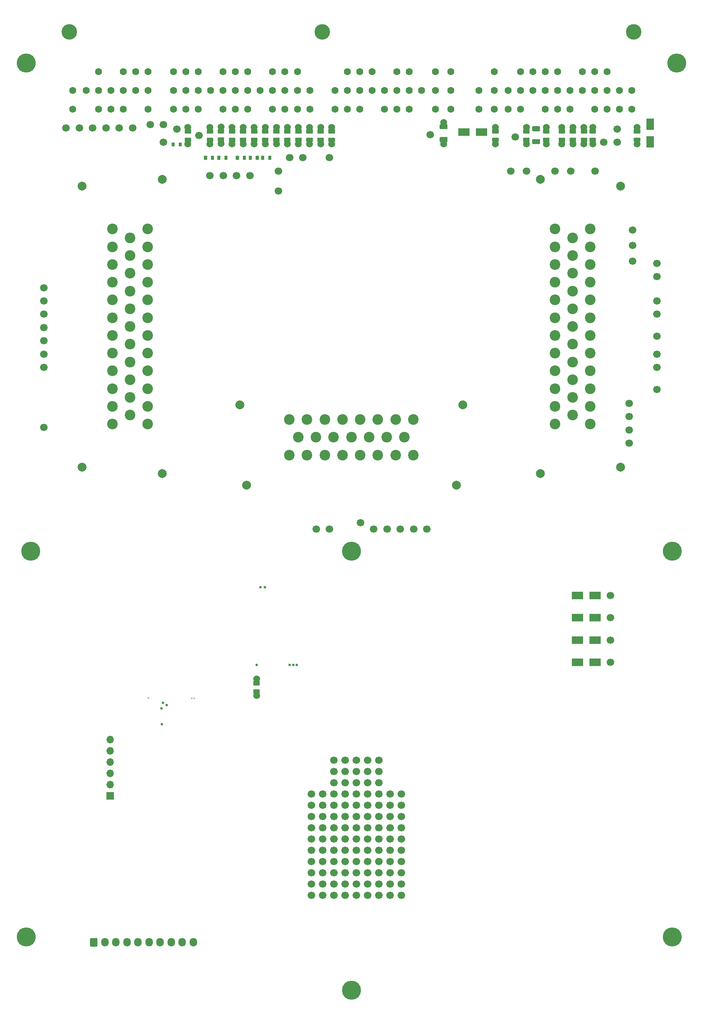
<source format=gts>
G04 #@! TF.GenerationSoftware,KiCad,Pcbnew,7.0.10-7.0.10~ubuntu22.04.1*
G04 #@! TF.CreationDate,2024-01-12T05:53:19+00:00*
G04 #@! TF.ProjectId,proteusOBD2Ahonda,70726f74-6575-4734-9f42-443241686f6e,a*
G04 #@! TF.SameCoordinates,PX3473bc0PY108ee440*
G04 #@! TF.FileFunction,Soldermask,Top*
G04 #@! TF.FilePolarity,Negative*
%FSLAX46Y46*%
G04 Gerber Fmt 4.6, Leading zero omitted, Abs format (unit mm)*
G04 Created by KiCad (PCBNEW 7.0.10-7.0.10~ubuntu22.04.1) date 2024-01-12 05:53:19*
%MOMM*%
%LPD*%
G01*
G04 APERTURE LIST*
%ADD10C,1.700000*%
%ADD11C,1.524000*%
%ADD12C,4.300000*%
%ADD13R,2.500000X1.800000*%
%ADD14C,0.599999*%
%ADD15O,0.499999X0.250000*%
%ADD16O,0.250000X0.499999*%
%ADD17C,2.000000*%
%ADD18C,2.400000*%
%ADD19O,1.700000X1.950000*%
%ADD20C,3.500000*%
%ADD21C,1.600000*%
%ADD22R,1.700000X1.700000*%
%ADD23O,1.700000X1.700000*%
%ADD24R,1.800000X2.500000*%
G04 APERTURE END LIST*
D10*
G04 #@! TO.C,P47*
X146500000Y144500000D03*
G04 #@! TD*
G04 #@! TO.C,P20*
X13000000Y198500000D03*
G04 #@! TD*
G04 #@! TO.C,G4*
X76080000Y38120000D03*
X76080000Y40660000D03*
X76080000Y43200000D03*
X76080000Y45740000D03*
X76080000Y48280000D03*
X78620000Y38120000D03*
X78620000Y40660000D03*
X78620000Y43200000D03*
X78620000Y45740000D03*
X78620000Y48280000D03*
X81160000Y38120000D03*
X81160000Y40660000D03*
X81160000Y43200000D03*
X81160000Y45740000D03*
X81160000Y48280000D03*
G04 #@! TD*
G04 #@! TO.C,P33*
X136000000Y93000000D03*
G04 #@! TD*
D11*
G04 #@! TO.C,R20*
X48000000Y198754520D03*
G36*
G01*
X47375000Y198299521D02*
X48625000Y198299521D01*
G75*
G02*
X48725000Y198199521I0J-100000D01*
G01*
X48725000Y197399521D01*
G75*
G02*
X48625000Y197299521I-100000J0D01*
G01*
X47375000Y197299521D01*
G75*
G02*
X47275000Y197399521I0J100000D01*
G01*
X47275000Y198199521D01*
G75*
G02*
X47375000Y198299521I100000J0D01*
G01*
G37*
G36*
G01*
X47375000Y196399499D02*
X48625000Y196399499D01*
G75*
G02*
X48725000Y196299499I0J-100000D01*
G01*
X48725000Y195499499D01*
G75*
G02*
X48625000Y195399499I-100000J0D01*
G01*
X47375000Y195399499D01*
G75*
G02*
X47275000Y195499499I0J100000D01*
G01*
X47275000Y196299499D01*
G75*
G02*
X47375000Y196399499I100000J0D01*
G01*
G37*
X48000000Y194944520D03*
G04 #@! TD*
D12*
G04 #@! TO.C,H3*
X77500000Y4000000D03*
G04 #@! TD*
D10*
G04 #@! TO.C,P21*
X132500000Y188800000D03*
G04 #@! TD*
G04 #@! TO.C,P22*
X123500000Y188800000D03*
G04 #@! TD*
D11*
G04 #@! TO.C,R18*
X58000000Y198705000D03*
G36*
G01*
X57375000Y198250001D02*
X58625000Y198250001D01*
G75*
G02*
X58725000Y198150001I0J-100000D01*
G01*
X58725000Y197350001D01*
G75*
G02*
X58625000Y197250001I-100000J0D01*
G01*
X57375000Y197250001D01*
G75*
G02*
X57275000Y197350001I0J100000D01*
G01*
X57275000Y198150001D01*
G75*
G02*
X57375000Y198250001I100000J0D01*
G01*
G37*
G36*
G01*
X57375000Y196349979D02*
X58625000Y196349979D01*
G75*
G02*
X58725000Y196249979I0J-100000D01*
G01*
X58725000Y195449979D01*
G75*
G02*
X58625000Y195349979I-100000J0D01*
G01*
X57375000Y195349979D01*
G75*
G02*
X57275000Y195449979I0J100000D01*
G01*
X57275000Y196249979D01*
G75*
G02*
X57375000Y196349979I100000J0D01*
G01*
G37*
X58000000Y194895000D03*
G04 #@! TD*
D10*
G04 #@! TO.C,P29*
X114500000Y196500000D03*
G04 #@! TD*
G04 #@! TO.C,P30*
X113500000Y188800000D03*
G04 #@! TD*
G04 #@! TO.C,P32*
X136000000Y83000000D03*
G04 #@! TD*
D12*
G04 #@! TO.C,H8*
X5000000Y103000000D03*
G04 #@! TD*
G04 #@! TO.C,R8*
G36*
G01*
X39150000Y195190000D02*
X39150000Y194410000D01*
G75*
G02*
X39080000Y194340000I-70000J0D01*
G01*
X38520000Y194340000D01*
G75*
G02*
X38450000Y194410000I0J70000D01*
G01*
X38450000Y195190000D01*
G75*
G02*
X38520000Y195260000I70000J0D01*
G01*
X39080000Y195260000D01*
G75*
G02*
X39150000Y195190000I0J-70000D01*
G01*
G37*
G36*
G01*
X37550000Y195190000D02*
X37550000Y194410000D01*
G75*
G02*
X37480000Y194340000I-70000J0D01*
G01*
X36920000Y194340000D01*
G75*
G02*
X36850000Y194410000I0J70000D01*
G01*
X36850000Y195190000D01*
G75*
G02*
X36920000Y195260000I70000J0D01*
G01*
X37480000Y195260000D01*
G75*
G02*
X37550000Y195190000I0J-70000D01*
G01*
G37*
G04 #@! TD*
D13*
G04 #@! TO.C,D3*
X128500000Y78000000D03*
X132500000Y78000000D03*
G04 #@! TD*
D11*
G04 #@! TO.C,R25*
X127500000Y198705000D03*
G36*
G01*
X126875000Y198250001D02*
X128125000Y198250001D01*
G75*
G02*
X128225000Y198150001I0J-100000D01*
G01*
X128225000Y197350001D01*
G75*
G02*
X128125000Y197250001I-100000J0D01*
G01*
X126875000Y197250001D01*
G75*
G02*
X126775000Y197350001I0J100000D01*
G01*
X126775000Y198150001D01*
G75*
G02*
X126875000Y198250001I100000J0D01*
G01*
G37*
G36*
G01*
X126875000Y196349979D02*
X128125000Y196349979D01*
G75*
G02*
X128225000Y196249979I0J-100000D01*
G01*
X128225000Y195449979D01*
G75*
G02*
X128125000Y195349979I-100000J0D01*
G01*
X126875000Y195349979D01*
G75*
G02*
X126775000Y195449979I0J100000D01*
G01*
X126775000Y196249979D01*
G75*
G02*
X126875000Y196349979I100000J0D01*
G01*
G37*
X127500000Y194895000D03*
G04 #@! TD*
D10*
G04 #@! TO.C,P62*
X8000000Y150500000D03*
G04 #@! TD*
G04 #@! TO.C,P45*
X146500000Y151500000D03*
G04 #@! TD*
D12*
G04 #@! TO.C,H2*
X4000000Y213200000D03*
G04 #@! TD*
D10*
G04 #@! TO.C,P1*
X63500000Y191800000D03*
G04 #@! TD*
G04 #@! TO.C,P4*
X35000000Y195300000D03*
G04 #@! TD*
G04 #@! TO.C,P64*
X8000000Y144500000D03*
G04 #@! TD*
G04 #@! TO.C,P51*
X72500000Y108000000D03*
G04 #@! TD*
D14*
G04 #@! TO.C,M1*
X56025000Y77400000D03*
X63525000Y77400000D03*
X64325000Y77400000D03*
X65125000Y77400000D03*
X57925000Y94925000D03*
X56925000Y94925000D03*
G04 #@! TD*
D10*
G04 #@! TO.C,P19*
X19000001Y198500000D03*
G04 #@! TD*
G04 #@! TO.C,P25*
X137500000Y195300000D03*
G04 #@! TD*
D12*
G04 #@! TO.C,H7*
X150000000Y16000000D03*
G04 #@! TD*
D10*
G04 #@! TO.C,P31*
X136000000Y78000000D03*
G04 #@! TD*
G04 #@! TO.C,P35*
X140200000Y127400000D03*
G04 #@! TD*
G04 #@! TO.C,P7*
X45500000Y187800000D03*
G04 #@! TD*
G04 #@! TO.C,P24*
X137500000Y198300000D03*
G04 #@! TD*
G04 #@! TO.C,G6*
X83700000Y50820000D03*
X81160000Y50820000D03*
X78620000Y50820000D03*
X76080000Y50820000D03*
X73540000Y50820000D03*
X83700000Y53360000D03*
X81160000Y53360000D03*
X78620000Y53360000D03*
X76080000Y53360000D03*
X73540000Y53360000D03*
X83700000Y55900000D03*
X81160000Y55900000D03*
X78620000Y55900000D03*
X76080000Y55900000D03*
X73540000Y55900000D03*
G04 #@! TD*
D15*
G04 #@! TO.C,M3*
X31562505Y69913333D03*
D16*
X41912499Y69863335D03*
X41412498Y69863335D03*
D14*
X34862501Y68813337D03*
X35737503Y68288337D03*
X34562499Y67538339D03*
X34637502Y63988338D03*
G04 #@! TD*
D10*
G04 #@! TO.C,P44*
X146500000Y156500000D03*
G04 #@! TD*
D17*
G04 #@! TO.C,BRD1*
X138250001Y122025000D03*
X138250001Y185425000D03*
X120150001Y120525000D03*
X120150001Y186925000D03*
X102650001Y136025000D03*
X101150001Y117925000D03*
X53750001Y117925000D03*
X52250001Y136025000D03*
X34750001Y120525000D03*
X34750001Y186925000D03*
X16650001Y122025000D03*
X16650001Y185425000D03*
D18*
X131450001Y131725000D03*
X131450001Y135725000D03*
X131450001Y139725000D03*
X131450001Y143725000D03*
X131450001Y147725000D03*
X131450001Y151725000D03*
X131450001Y155725000D03*
X131450001Y159725000D03*
X131450001Y163725000D03*
X131450001Y167725000D03*
X131450001Y171725000D03*
X131450001Y175725000D03*
X127450001Y133725000D03*
X127450001Y137725000D03*
X127450001Y141725000D03*
X127450001Y145725000D03*
X127450001Y149725000D03*
X127450001Y153725000D03*
X127450001Y157725000D03*
X127450001Y161725000D03*
X127450001Y165725000D03*
X127450001Y169725000D03*
X127450001Y173725000D03*
X123450001Y131725000D03*
X123450001Y135725000D03*
X123450001Y139725000D03*
X123450001Y143725000D03*
X123450001Y147725000D03*
X123450001Y151725000D03*
X123450001Y155725000D03*
X123450001Y159725000D03*
X123450001Y163725000D03*
X123450001Y167725000D03*
X123450001Y171725000D03*
X123450001Y175725000D03*
X63450001Y124725000D03*
X67450001Y124725000D03*
X71450001Y124725000D03*
X75450001Y124725000D03*
X79450001Y124725000D03*
X83450001Y124725000D03*
X87450001Y124725000D03*
X91450001Y124725000D03*
X65450001Y128725000D03*
X69450001Y128725000D03*
X73450001Y128725000D03*
X77450001Y128725000D03*
X81450001Y128725000D03*
X85450001Y128725000D03*
X89450001Y128725000D03*
X63450001Y132725000D03*
X67450001Y132725000D03*
X71450001Y132725000D03*
X75450001Y132725000D03*
X79450001Y132725000D03*
X83450001Y132725000D03*
X87450001Y132725000D03*
X91450001Y132725000D03*
X23450001Y175725000D03*
X23450001Y171725000D03*
X23450001Y167725000D03*
X23450001Y163725000D03*
X23450001Y159725000D03*
X23450001Y155725000D03*
X23450001Y151725000D03*
X23450001Y147725000D03*
X23450001Y143725000D03*
X23450001Y139725000D03*
X23450001Y135725000D03*
X23450001Y131725000D03*
X27450001Y173725000D03*
X27450001Y169725000D03*
X27450001Y165725000D03*
X27450001Y161725000D03*
X27450001Y157725000D03*
X27450001Y153725000D03*
X27450001Y149725000D03*
X27450001Y145725000D03*
X27450001Y141725000D03*
X27450001Y137725000D03*
X27450001Y133725000D03*
X31450001Y175725000D03*
X31450001Y171725000D03*
X31450001Y167725000D03*
X31450001Y163725000D03*
X31450001Y159725000D03*
X31450001Y155725000D03*
X31450001Y151725000D03*
X31450001Y147725000D03*
X31450001Y143725000D03*
X31450001Y139725000D03*
X31450001Y135725000D03*
X31450001Y131725000D03*
G04 #@! TD*
D10*
G04 #@! TO.C,G5*
X76080000Y25420000D03*
X76080000Y27960000D03*
X76080000Y30500000D03*
X76080000Y33040000D03*
X76080000Y35580000D03*
X78620000Y25420000D03*
X78620000Y27960000D03*
X78620000Y30500000D03*
X78620000Y33040000D03*
X78620000Y35580000D03*
X81160000Y25420000D03*
X81160000Y27960000D03*
X81160000Y30500000D03*
X81160000Y33040000D03*
X81160000Y35580000D03*
G04 #@! TD*
G04 #@! TO.C,J2*
G36*
G01*
X18400000Y14044999D02*
X18400000Y15494999D01*
G75*
G02*
X18650000Y15744999I250000J0D01*
G01*
X19850000Y15744999D01*
G75*
G02*
X20100000Y15494999I0J-250000D01*
G01*
X20100000Y14044999D01*
G75*
G02*
X19850000Y13794999I-250000J0D01*
G01*
X18650000Y13794999D01*
G75*
G02*
X18400000Y14044999I0J250000D01*
G01*
G37*
D19*
X21750000Y14769999D03*
X24250000Y14769999D03*
X26750000Y14769999D03*
X29250000Y14769999D03*
X31750000Y14769999D03*
X34250000Y14769999D03*
X36750000Y14769999D03*
X39250000Y14769999D03*
X41750000Y14769999D03*
G04 #@! TD*
D10*
G04 #@! TO.C,P27*
X95268524Y197000000D03*
G04 #@! TD*
G04 #@! TO.C,P49*
X140200000Y133400000D03*
G04 #@! TD*
G04 #@! TO.C,R5*
G36*
G01*
X44150000Y191410000D02*
X44150000Y192190000D01*
G75*
G02*
X44220000Y192260000I70000J0D01*
G01*
X44780000Y192260000D01*
G75*
G02*
X44850000Y192190000I0J-70000D01*
G01*
X44850000Y191410000D01*
G75*
G02*
X44780000Y191340000I-70000J0D01*
G01*
X44220000Y191340000D01*
G75*
G02*
X44150000Y191410000I0J70000D01*
G01*
G37*
G36*
G01*
X45750000Y191410000D02*
X45750000Y192190000D01*
G75*
G02*
X45820000Y192260000I70000J0D01*
G01*
X46380000Y192260000D01*
G75*
G02*
X46450000Y192190000I0J-70000D01*
G01*
X46450000Y191410000D01*
G75*
G02*
X46380000Y191340000I-70000J0D01*
G01*
X45820000Y191340000D01*
G75*
G02*
X45750000Y191410000I0J70000D01*
G01*
G37*
G04 #@! TD*
D11*
G04 #@! TO.C,R2*
X121500000Y198705000D03*
G36*
G01*
X120875000Y198250001D02*
X122125000Y198250001D01*
G75*
G02*
X122225000Y198150001I0J-100000D01*
G01*
X122225000Y197350001D01*
G75*
G02*
X122125000Y197250001I-100000J0D01*
G01*
X120875000Y197250001D01*
G75*
G02*
X120775000Y197350001I0J100000D01*
G01*
X120775000Y198150001D01*
G75*
G02*
X120875000Y198250001I100000J0D01*
G01*
G37*
G36*
G01*
X120875000Y196349979D02*
X122125000Y196349979D01*
G75*
G02*
X122225000Y196249979I0J-100000D01*
G01*
X122225000Y195449979D01*
G75*
G02*
X122125000Y195349979I-100000J0D01*
G01*
X120875000Y195349979D01*
G75*
G02*
X120775000Y195449979I0J100000D01*
G01*
X120775000Y196249979D01*
G75*
G02*
X120875000Y196349979I100000J0D01*
G01*
G37*
X121500000Y194895000D03*
G04 #@! TD*
G04 #@! TO.C,R14*
X50500000Y198705000D03*
G36*
G01*
X49875000Y198250001D02*
X51125000Y198250001D01*
G75*
G02*
X51225000Y198150001I0J-100000D01*
G01*
X51225000Y197350001D01*
G75*
G02*
X51125000Y197250001I-100000J0D01*
G01*
X49875000Y197250001D01*
G75*
G02*
X49775000Y197350001I0J100000D01*
G01*
X49775000Y198150001D01*
G75*
G02*
X49875000Y198250001I100000J0D01*
G01*
G37*
G36*
G01*
X49875000Y196349979D02*
X51125000Y196349979D01*
G75*
G02*
X51225000Y196249979I0J-100000D01*
G01*
X51225000Y195449979D01*
G75*
G02*
X51125000Y195349979I-100000J0D01*
G01*
X49875000Y195349979D01*
G75*
G02*
X49775000Y195449979I0J100000D01*
G01*
X49775000Y196249979D01*
G75*
G02*
X49875000Y196349979I100000J0D01*
G01*
G37*
X50500000Y194895000D03*
G04 #@! TD*
G04 #@! TO.C,R16*
X68000000Y198705000D03*
G36*
G01*
X67375000Y198250001D02*
X68625000Y198250001D01*
G75*
G02*
X68725000Y198150001I0J-100000D01*
G01*
X68725000Y197350001D01*
G75*
G02*
X68625000Y197250001I-100000J0D01*
G01*
X67375000Y197250001D01*
G75*
G02*
X67275000Y197350001I0J100000D01*
G01*
X67275000Y198150001D01*
G75*
G02*
X67375000Y198250001I100000J0D01*
G01*
G37*
G36*
G01*
X67375000Y196349979D02*
X68625000Y196349979D01*
G75*
G02*
X68725000Y196249979I0J-100000D01*
G01*
X68725000Y195449979D01*
G75*
G02*
X68625000Y195349979I-100000J0D01*
G01*
X67375000Y195349979D01*
G75*
G02*
X67275000Y195449979I0J100000D01*
G01*
X67275000Y196249979D01*
G75*
G02*
X67375000Y196349979I100000J0D01*
G01*
G37*
X68000000Y194895000D03*
G04 #@! TD*
G04 #@! TO.C,F1*
X98300000Y199810334D03*
G36*
G01*
X97400000Y198465344D02*
X97400000Y199155344D01*
G75*
G02*
X97630000Y199385344I230000J0D01*
G01*
X98970000Y199385344D01*
G75*
G02*
X99200000Y199155344I0J-230000D01*
G01*
X99200000Y198465344D01*
G75*
G02*
X98970000Y198235344I-230000J0D01*
G01*
X97630000Y198235344D01*
G75*
G02*
X97400000Y198465344I0J230000D01*
G01*
G37*
G36*
G01*
X97400000Y195565324D02*
X97400000Y196255324D01*
G75*
G02*
X97630000Y196485324I230000J0D01*
G01*
X98970000Y196485324D01*
G75*
G02*
X99200000Y196255324I0J-230000D01*
G01*
X99200000Y195565324D01*
G75*
G02*
X98970000Y195335324I-230000J0D01*
G01*
X97630000Y195335324D01*
G75*
G02*
X97400000Y195565324I0J230000D01*
G01*
G37*
X98300000Y194910334D03*
G04 #@! TD*
G04 #@! TO.C,R24*
X130000000Y198705000D03*
G36*
G01*
X129375000Y198250001D02*
X130625000Y198250001D01*
G75*
G02*
X130725000Y198150001I0J-100000D01*
G01*
X130725000Y197350001D01*
G75*
G02*
X130625000Y197250001I-100000J0D01*
G01*
X129375000Y197250001D01*
G75*
G02*
X129275000Y197350001I0J100000D01*
G01*
X129275000Y198150001D01*
G75*
G02*
X129375000Y198250001I100000J0D01*
G01*
G37*
G36*
G01*
X129375000Y196349979D02*
X130625000Y196349979D01*
G75*
G02*
X130725000Y196249979I0J-100000D01*
G01*
X130725000Y195449979D01*
G75*
G02*
X130625000Y195349979I-100000J0D01*
G01*
X129375000Y195349979D01*
G75*
G02*
X129275000Y195449979I0J100000D01*
G01*
X129275000Y196249979D01*
G75*
G02*
X129375000Y196349979I100000J0D01*
G01*
G37*
X130000000Y194895000D03*
G04 #@! TD*
D10*
G04 #@! TO.C,P16*
X16000000Y198500000D03*
G04 #@! TD*
G04 #@! TO.C,P26*
X134500000Y195300000D03*
G04 #@! TD*
G04 #@! TO.C,G8*
X83700000Y38120000D03*
X83700000Y40660000D03*
X83700000Y43200000D03*
X83700000Y45740000D03*
X83700000Y48280000D03*
X86240000Y38120000D03*
X86240000Y40660000D03*
X86240000Y43200000D03*
X86240000Y45740000D03*
X86240000Y48280000D03*
X88780000Y38120000D03*
X88780000Y40660000D03*
X88780000Y43200000D03*
X88780000Y45740000D03*
X88780000Y48280000D03*
G04 #@! TD*
G04 #@! TO.C,R3*
G36*
G01*
X53650000Y192190000D02*
X53650000Y191410000D01*
G75*
G02*
X53580000Y191340000I-70000J0D01*
G01*
X53020000Y191340000D01*
G75*
G02*
X52950000Y191410000I0J70000D01*
G01*
X52950000Y192190000D01*
G75*
G02*
X53020000Y192260000I70000J0D01*
G01*
X53580000Y192260000D01*
G75*
G02*
X53650000Y192190000I0J-70000D01*
G01*
G37*
G36*
G01*
X52050000Y192190000D02*
X52050000Y191410000D01*
G75*
G02*
X51980000Y191340000I-70000J0D01*
G01*
X51420000Y191340000D01*
G75*
G02*
X51350000Y191410000I0J70000D01*
G01*
X51350000Y192190000D01*
G75*
G02*
X51420000Y192260000I70000J0D01*
G01*
X51980000Y192260000D01*
G75*
G02*
X52050000Y192190000I0J-70000D01*
G01*
G37*
G04 #@! TD*
D12*
G04 #@! TO.C,H1*
X150000000Y103000000D03*
G04 #@! TD*
D13*
G04 #@! TO.C,D1*
X106900000Y197600000D03*
X102900000Y197600000D03*
G04 #@! TD*
G04 #@! TO.C,R9*
G36*
G01*
X118300000Y198005010D02*
X118300000Y198695010D01*
G75*
G02*
X118530000Y198925010I230000J0D01*
G01*
X119870000Y198925010D01*
G75*
G02*
X120100000Y198695010I0J-230000D01*
G01*
X120100000Y198005010D01*
G75*
G02*
X119870000Y197775010I-230000J0D01*
G01*
X118530000Y197775010D01*
G75*
G02*
X118300000Y198005010I0J230000D01*
G01*
G37*
G36*
G01*
X118300000Y195104990D02*
X118300000Y195794990D01*
G75*
G02*
X118530000Y196024990I230000J0D01*
G01*
X119870000Y196024990D01*
G75*
G02*
X120100000Y195794990I0J-230000D01*
G01*
X120100000Y195104990D01*
G75*
G02*
X119870000Y194874990I-230000J0D01*
G01*
X118530000Y194874990D01*
G75*
G02*
X118300000Y195104990I0J230000D01*
G01*
G37*
G04 #@! TD*
D10*
G04 #@! TO.C,P65*
X8000000Y131000000D03*
G04 #@! TD*
G04 #@! TO.C,P55*
X94500000Y108000000D03*
G04 #@! TD*
D12*
G04 #@! TO.C,H5*
X4000000Y16000000D03*
G04 #@! TD*
D10*
G04 #@! TO.C,P10*
X61000000Y188800000D03*
G04 #@! TD*
G04 #@! TO.C,G3*
X68460000Y25420000D03*
X68460000Y27960000D03*
X68460000Y30500000D03*
X68460000Y33040000D03*
X68460000Y35580000D03*
X71000000Y25420000D03*
X71000000Y27960000D03*
X71000000Y30500000D03*
X71000000Y33040000D03*
X71000000Y35580000D03*
X73540000Y25420000D03*
X73540000Y27960000D03*
X73540000Y30500000D03*
X73540000Y33040000D03*
X73540000Y35580000D03*
G04 #@! TD*
G04 #@! TO.C,P36*
X140200000Y130400000D03*
G04 #@! TD*
D13*
G04 #@! TO.C,D5*
X128500000Y93000000D03*
X132500000Y93000000D03*
G04 #@! TD*
D10*
G04 #@! TO.C,P6*
X51500000Y187800000D03*
G04 #@! TD*
D20*
G04 #@! TO.C,J1*
X13750000Y220200000D03*
X70900000Y220200000D03*
X141250000Y220200000D03*
D21*
X140850000Y202800000D03*
X138050000Y202800000D03*
X135250000Y202800000D03*
X132450000Y202800000D03*
X126850000Y202800000D03*
X124050000Y202800000D03*
X121250000Y202800000D03*
X115650000Y202800000D03*
X112850000Y202800000D03*
X109750000Y202800000D03*
X106250000Y202800000D03*
X140850000Y207000000D03*
X138050000Y207000000D03*
X135250000Y207000000D03*
X132450000Y207000000D03*
X129650000Y207000000D03*
X126850000Y207000000D03*
X124050000Y207000000D03*
X121250000Y207000000D03*
X118450000Y207000000D03*
X115650000Y207000000D03*
X112850000Y207000000D03*
X109750000Y207000000D03*
X106250000Y207000000D03*
X135250000Y211200000D03*
X132450000Y211200000D03*
X129650000Y211200000D03*
X124050000Y211200000D03*
X121250000Y211200000D03*
X118450000Y211200000D03*
X115650000Y211200000D03*
X109750000Y211200000D03*
X99950000Y202800000D03*
X96450000Y202800000D03*
X90550000Y202800000D03*
X87750000Y202800000D03*
X84950000Y202800000D03*
X79350000Y202800000D03*
X76550000Y202800000D03*
X73750000Y202800000D03*
X99950000Y207000000D03*
X96450000Y207000000D03*
X93350000Y207000000D03*
X90550000Y207000000D03*
X87750000Y207000000D03*
X84950000Y207000000D03*
X82150000Y207000000D03*
X79350000Y207000000D03*
X76550000Y207000000D03*
X73750000Y207000000D03*
X99950000Y211200000D03*
X96450000Y211200000D03*
X90550000Y211200000D03*
X87750000Y211200000D03*
X82150000Y211200000D03*
X79350000Y211200000D03*
X76550000Y211200000D03*
X68050000Y202800000D03*
X65250000Y202800000D03*
X62450000Y202800000D03*
X59650000Y202800000D03*
X54050000Y202800000D03*
X51250000Y202800000D03*
X48450000Y202800000D03*
X42850000Y202800000D03*
X40050000Y202800000D03*
X37250000Y202800000D03*
X68050000Y207000000D03*
X65250000Y207000000D03*
X62450000Y207000000D03*
X59650000Y207000000D03*
X56850000Y207000000D03*
X54050000Y207000000D03*
X51250000Y207000000D03*
X48450000Y207000000D03*
X45650000Y207000000D03*
X42850000Y207000000D03*
X40050000Y207000000D03*
X37250000Y207000000D03*
X65250000Y211200000D03*
X62450000Y211200000D03*
X59650000Y211200000D03*
X54050000Y211200000D03*
X51250000Y211200000D03*
X48450000Y211200000D03*
X42850000Y211200000D03*
X40050000Y211200000D03*
X37250000Y211200000D03*
X31550000Y202800000D03*
X25950000Y202800000D03*
X23150000Y202800000D03*
X20350000Y202800000D03*
X14450000Y202800000D03*
X31550000Y207000000D03*
X28750000Y207000000D03*
X25950000Y207000000D03*
X23150000Y207000000D03*
X20350000Y207000000D03*
X17550000Y207000000D03*
X14450000Y207000000D03*
X31550000Y211200000D03*
X28750000Y211200000D03*
X25950000Y211200000D03*
X20350000Y211200000D03*
G04 #@! TD*
D11*
G04 #@! TO.C,R15*
X45500000Y198705000D03*
G36*
G01*
X44875000Y198250001D02*
X46125000Y198250001D01*
G75*
G02*
X46225000Y198150001I0J-100000D01*
G01*
X46225000Y197350001D01*
G75*
G02*
X46125000Y197250001I-100000J0D01*
G01*
X44875000Y197250001D01*
G75*
G02*
X44775000Y197350001I0J100000D01*
G01*
X44775000Y198150001D01*
G75*
G02*
X44875000Y198250001I100000J0D01*
G01*
G37*
G36*
G01*
X44875000Y196349979D02*
X46125000Y196349979D01*
G75*
G02*
X46225000Y196249979I0J-100000D01*
G01*
X46225000Y195449979D01*
G75*
G02*
X46125000Y195349979I-100000J0D01*
G01*
X44875000Y195349979D01*
G75*
G02*
X44775000Y195449979I0J100000D01*
G01*
X44775000Y196249979D01*
G75*
G02*
X44875000Y196349979I100000J0D01*
G01*
G37*
X45500000Y194895000D03*
G04 #@! TD*
G04 #@! TO.C,R7*
G36*
G01*
X56550000Y192190000D02*
X56550000Y191410000D01*
G75*
G02*
X56480000Y191340000I-70000J0D01*
G01*
X55920000Y191340000D01*
G75*
G02*
X55850000Y191410000I0J70000D01*
G01*
X55850000Y192190000D01*
G75*
G02*
X55920000Y192260000I70000J0D01*
G01*
X56480000Y192260000D01*
G75*
G02*
X56550000Y192190000I0J-70000D01*
G01*
G37*
G36*
G01*
X54950000Y192190000D02*
X54950000Y191410000D01*
G75*
G02*
X54880000Y191340000I-70000J0D01*
G01*
X54320000Y191340000D01*
G75*
G02*
X54250000Y191410000I0J70000D01*
G01*
X54250000Y192190000D01*
G75*
G02*
X54320000Y192260000I70000J0D01*
G01*
X54880000Y192260000D01*
G75*
G02*
X54950000Y192190000I0J-70000D01*
G01*
G37*
G04 #@! TD*
G04 #@! TO.C,R28*
X132000000Y198705000D03*
G36*
G01*
X131375000Y198250001D02*
X132625000Y198250001D01*
G75*
G02*
X132725000Y198150001I0J-100000D01*
G01*
X132725000Y197350001D01*
G75*
G02*
X132625000Y197250001I-100000J0D01*
G01*
X131375000Y197250001D01*
G75*
G02*
X131275000Y197350001I0J100000D01*
G01*
X131275000Y198150001D01*
G75*
G02*
X131375000Y198250001I100000J0D01*
G01*
G37*
G36*
G01*
X131375000Y196349979D02*
X132625000Y196349979D01*
G75*
G02*
X132725000Y196249979I0J-100000D01*
G01*
X132725000Y195449979D01*
G75*
G02*
X132625000Y195349979I-100000J0D01*
G01*
X131375000Y195349979D01*
G75*
G02*
X131275000Y195449979I0J100000D01*
G01*
X131275000Y196249979D01*
G75*
G02*
X131375000Y196349979I100000J0D01*
G01*
G37*
X132000000Y194895000D03*
G04 #@! TD*
D10*
G04 #@! TO.C,P37*
X140200000Y136400000D03*
G04 #@! TD*
D12*
G04 #@! TO.C,H6*
X151000000Y213200000D03*
G04 #@! TD*
D10*
G04 #@! TO.C,P52*
X88500000Y108000000D03*
G04 #@! TD*
D11*
G04 #@! TO.C,R10*
X70500000Y198705000D03*
G36*
G01*
X69875000Y198250001D02*
X71125000Y198250001D01*
G75*
G02*
X71225000Y198150001I0J-100000D01*
G01*
X71225000Y197350001D01*
G75*
G02*
X71125000Y197250001I-100000J0D01*
G01*
X69875000Y197250001D01*
G75*
G02*
X69775000Y197350001I0J100000D01*
G01*
X69775000Y198150001D01*
G75*
G02*
X69875000Y198250001I100000J0D01*
G01*
G37*
G36*
G01*
X69875000Y196349979D02*
X71125000Y196349979D01*
G75*
G02*
X71225000Y196249979I0J-100000D01*
G01*
X71225000Y195449979D01*
G75*
G02*
X71125000Y195349979I-100000J0D01*
G01*
X69875000Y195349979D01*
G75*
G02*
X69775000Y195449979I0J100000D01*
G01*
X69775000Y196249979D01*
G75*
G02*
X69875000Y196349979I100000J0D01*
G01*
G37*
X70500000Y194895000D03*
G04 #@! TD*
D10*
G04 #@! TO.C,P34*
X136000000Y88000000D03*
G04 #@! TD*
D11*
G04 #@! TO.C,R23*
X142000000Y198705000D03*
G36*
G01*
X141375000Y198250001D02*
X142625000Y198250001D01*
G75*
G02*
X142725000Y198150001I0J-100000D01*
G01*
X142725000Y197350001D01*
G75*
G02*
X142625000Y197250001I-100000J0D01*
G01*
X141375000Y197250001D01*
G75*
G02*
X141275000Y197350001I0J100000D01*
G01*
X141275000Y198150001D01*
G75*
G02*
X141375000Y198250001I100000J0D01*
G01*
G37*
G36*
G01*
X141375000Y196349979D02*
X142625000Y196349979D01*
G75*
G02*
X142725000Y196249979I0J-100000D01*
G01*
X142725000Y195449979D01*
G75*
G02*
X142625000Y195349979I-100000J0D01*
G01*
X141375000Y195349979D01*
G75*
G02*
X141275000Y195449979I0J100000D01*
G01*
X141275000Y196249979D01*
G75*
G02*
X141375000Y196349979I100000J0D01*
G01*
G37*
X142000000Y194895000D03*
G04 #@! TD*
D10*
G04 #@! TO.C,P14*
X35000000Y199300000D03*
G04 #@! TD*
G04 #@! TO.C,P5*
X66500000Y191800000D03*
G04 #@! TD*
G04 #@! TO.C,R4*
G36*
G01*
X47150000Y191410000D02*
X47150000Y192190000D01*
G75*
G02*
X47220000Y192260000I70000J0D01*
G01*
X47780000Y192260000D01*
G75*
G02*
X47850000Y192190000I0J-70000D01*
G01*
X47850000Y191410000D01*
G75*
G02*
X47780000Y191340000I-70000J0D01*
G01*
X47220000Y191340000D01*
G75*
G02*
X47150000Y191410000I0J70000D01*
G01*
G37*
G36*
G01*
X48750000Y191410000D02*
X48750000Y192190000D01*
G75*
G02*
X48820000Y192260000I70000J0D01*
G01*
X49380000Y192260000D01*
G75*
G02*
X49450000Y192190000I0J-70000D01*
G01*
X49450000Y191410000D01*
G75*
G02*
X49380000Y191340000I-70000J0D01*
G01*
X48820000Y191340000D01*
G75*
G02*
X48750000Y191410000I0J70000D01*
G01*
G37*
G04 #@! TD*
G04 #@! TO.C,G7*
X83700000Y25420000D03*
X83700000Y27960000D03*
X83700000Y30500000D03*
X83700000Y33040000D03*
X83700000Y35580000D03*
X86240000Y25420000D03*
X86240000Y27960000D03*
X86240000Y30500000D03*
X86240000Y33040000D03*
X86240000Y35580000D03*
X88780000Y25420000D03*
X88780000Y27960000D03*
X88780000Y30500000D03*
X88780000Y33040000D03*
X88780000Y35580000D03*
G04 #@! TD*
D22*
G04 #@! TO.C,J4*
X23000000Y47800000D03*
D23*
X23000000Y50340000D03*
X23000000Y52880000D03*
X23000000Y55420000D03*
X23000000Y57960000D03*
X23000000Y60500000D03*
G04 #@! TD*
D10*
G04 #@! TO.C,P12*
X54500000Y187800000D03*
G04 #@! TD*
G04 #@! TO.C,P59*
X8000000Y162500000D03*
G04 #@! TD*
G04 #@! TO.C,P50*
X69500000Y108000000D03*
G04 #@! TD*
D11*
G04 #@! TO.C,R12*
X60520000Y198705000D03*
G36*
G01*
X59895000Y198250001D02*
X61145000Y198250001D01*
G75*
G02*
X61245000Y198150001I0J-100000D01*
G01*
X61245000Y197350001D01*
G75*
G02*
X61145000Y197250001I-100000J0D01*
G01*
X59895000Y197250001D01*
G75*
G02*
X59795000Y197350001I0J100000D01*
G01*
X59795000Y198150001D01*
G75*
G02*
X59895000Y198250001I100000J0D01*
G01*
G37*
G36*
G01*
X59895000Y196349979D02*
X61145000Y196349979D01*
G75*
G02*
X61245000Y196249979I0J-100000D01*
G01*
X61245000Y195449979D01*
G75*
G02*
X61145000Y195349979I-100000J0D01*
G01*
X59895000Y195349979D01*
G75*
G02*
X59795000Y195449979I0J100000D01*
G01*
X59795000Y196249979D01*
G75*
G02*
X59895000Y196349979I100000J0D01*
G01*
G37*
X60520000Y194895000D03*
G04 #@! TD*
G04 #@! TO.C,R21*
X40500000Y198705000D03*
G36*
G01*
X39875000Y198250001D02*
X41125000Y198250001D01*
G75*
G02*
X41225000Y198150001I0J-100000D01*
G01*
X41225000Y197350001D01*
G75*
G02*
X41125000Y197250001I-100000J0D01*
G01*
X39875000Y197250001D01*
G75*
G02*
X39775000Y197350001I0J100000D01*
G01*
X39775000Y198150001D01*
G75*
G02*
X39875000Y198250001I100000J0D01*
G01*
G37*
G36*
G01*
X39875000Y196349979D02*
X41125000Y196349979D01*
G75*
G02*
X41225000Y196249979I0J-100000D01*
G01*
X41225000Y195449979D01*
G75*
G02*
X41125000Y195349979I-100000J0D01*
G01*
X39875000Y195349979D01*
G75*
G02*
X39775000Y195449979I0J100000D01*
G01*
X39775000Y196249979D01*
G75*
G02*
X39875000Y196349979I100000J0D01*
G01*
G37*
X40500000Y194895000D03*
G04 #@! TD*
D10*
G04 #@! TO.C,P40*
X141000000Y168500000D03*
G04 #@! TD*
G04 #@! TO.C,P17*
X28000001Y198500000D03*
G04 #@! TD*
G04 #@! TO.C,P15*
X22000000Y198500000D03*
G04 #@! TD*
G04 #@! TO.C,P38*
X141000000Y172000000D03*
G04 #@! TD*
D11*
G04 #@! TO.C,R13*
X53000000Y198705000D03*
G36*
G01*
X52375000Y198250001D02*
X53625000Y198250001D01*
G75*
G02*
X53725000Y198150001I0J-100000D01*
G01*
X53725000Y197350001D01*
G75*
G02*
X53625000Y197250001I-100000J0D01*
G01*
X52375000Y197250001D01*
G75*
G02*
X52275000Y197350001I0J100000D01*
G01*
X52275000Y198150001D01*
G75*
G02*
X52375000Y198250001I100000J0D01*
G01*
G37*
G36*
G01*
X52375000Y196349979D02*
X53625000Y196349979D01*
G75*
G02*
X53725000Y196249979I0J-100000D01*
G01*
X53725000Y195449979D01*
G75*
G02*
X53625000Y195349979I-100000J0D01*
G01*
X52375000Y195349979D01*
G75*
G02*
X52275000Y195449979I0J100000D01*
G01*
X52275000Y196249979D01*
G75*
G02*
X52375000Y196349979I100000J0D01*
G01*
G37*
X53000000Y194895000D03*
G04 #@! TD*
D10*
G04 #@! TO.C,P46*
X146500000Y147500000D03*
G04 #@! TD*
D11*
G04 #@! TO.C,R27*
X117000000Y198705000D03*
G36*
G01*
X116375000Y198250001D02*
X117625000Y198250001D01*
G75*
G02*
X117725000Y198150001I0J-100000D01*
G01*
X117725000Y197350001D01*
G75*
G02*
X117625000Y197250001I-100000J0D01*
G01*
X116375000Y197250001D01*
G75*
G02*
X116275000Y197350001I0J100000D01*
G01*
X116275000Y198150001D01*
G75*
G02*
X116375000Y198250001I100000J0D01*
G01*
G37*
G36*
G01*
X116375000Y196349979D02*
X117625000Y196349979D01*
G75*
G02*
X117725000Y196249979I0J-100000D01*
G01*
X117725000Y195449979D01*
G75*
G02*
X117625000Y195349979I-100000J0D01*
G01*
X116375000Y195349979D01*
G75*
G02*
X116275000Y195449979I0J100000D01*
G01*
X116275000Y196249979D01*
G75*
G02*
X116375000Y196349979I100000J0D01*
G01*
G37*
X117000000Y194895000D03*
G04 #@! TD*
D13*
G04 #@! TO.C,D6*
X128500000Y88000000D03*
X132500000Y88000000D03*
G04 #@! TD*
D10*
G04 #@! TO.C,P43*
X146500000Y159500000D03*
G04 #@! TD*
G04 #@! TO.C,P53*
X79500000Y109500000D03*
G04 #@! TD*
D24*
G04 #@! TO.C,D2*
X145000000Y195374889D03*
X145000000Y199374889D03*
G04 #@! TD*
D10*
G04 #@! TO.C,P41*
X146500000Y168000000D03*
G04 #@! TD*
G04 #@! TO.C,P63*
X8000000Y147500000D03*
G04 #@! TD*
G04 #@! TO.C,P28*
X127000000Y188800000D03*
G04 #@! TD*
G04 #@! TO.C,P2*
X43000000Y196800000D03*
G04 #@! TD*
D11*
G04 #@! TO.C,R17*
X63000000Y198705000D03*
G36*
G01*
X62375000Y198250001D02*
X63625000Y198250001D01*
G75*
G02*
X63725000Y198150001I0J-100000D01*
G01*
X63725000Y197350001D01*
G75*
G02*
X63625000Y197250001I-100000J0D01*
G01*
X62375000Y197250001D01*
G75*
G02*
X62275000Y197350001I0J100000D01*
G01*
X62275000Y198150001D01*
G75*
G02*
X62375000Y198250001I100000J0D01*
G01*
G37*
G36*
G01*
X62375000Y196349979D02*
X63625000Y196349979D01*
G75*
G02*
X63725000Y196249979I0J-100000D01*
G01*
X63725000Y195449979D01*
G75*
G02*
X63625000Y195349979I-100000J0D01*
G01*
X62375000Y195349979D01*
G75*
G02*
X62275000Y195449979I0J100000D01*
G01*
X62275000Y196249979D01*
G75*
G02*
X62375000Y196349979I100000J0D01*
G01*
G37*
X63000000Y194895000D03*
G04 #@! TD*
G04 #@! TO.C,R1*
X73000000Y198705000D03*
G36*
G01*
X72375000Y198250001D02*
X73625000Y198250001D01*
G75*
G02*
X73725000Y198150001I0J-100000D01*
G01*
X73725000Y197350001D01*
G75*
G02*
X73625000Y197250001I-100000J0D01*
G01*
X72375000Y197250001D01*
G75*
G02*
X72275000Y197350001I0J100000D01*
G01*
X72275000Y198150001D01*
G75*
G02*
X72375000Y198250001I100000J0D01*
G01*
G37*
G36*
G01*
X72375000Y196349979D02*
X73625000Y196349979D01*
G75*
G02*
X73725000Y196249979I0J-100000D01*
G01*
X73725000Y195449979D01*
G75*
G02*
X73625000Y195349979I-100000J0D01*
G01*
X72375000Y195349979D01*
G75*
G02*
X72275000Y195449979I0J100000D01*
G01*
X72275000Y196249979D01*
G75*
G02*
X72375000Y196349979I100000J0D01*
G01*
G37*
X73000000Y194895000D03*
G04 #@! TD*
G04 #@! TO.C,R22*
X110000000Y198705000D03*
G36*
G01*
X109375000Y198250001D02*
X110625000Y198250001D01*
G75*
G02*
X110725000Y198150001I0J-100000D01*
G01*
X110725000Y197350001D01*
G75*
G02*
X110625000Y197250001I-100000J0D01*
G01*
X109375000Y197250001D01*
G75*
G02*
X109275000Y197350001I0J100000D01*
G01*
X109275000Y198150001D01*
G75*
G02*
X109375000Y198250001I100000J0D01*
G01*
G37*
G36*
G01*
X109375000Y196349979D02*
X110625000Y196349979D01*
G75*
G02*
X110725000Y196249979I0J-100000D01*
G01*
X110725000Y195449979D01*
G75*
G02*
X110625000Y195349979I-100000J0D01*
G01*
X109375000Y195349979D01*
G75*
G02*
X109275000Y195449979I0J100000D01*
G01*
X109275000Y196249979D01*
G75*
G02*
X109375000Y196349979I100000J0D01*
G01*
G37*
X110000000Y194895000D03*
G04 #@! TD*
D10*
G04 #@! TO.C,P18*
X25000000Y198500000D03*
G04 #@! TD*
D11*
G04 #@! TO.C,R26*
X125000000Y198705000D03*
G36*
G01*
X124375000Y198250001D02*
X125625000Y198250001D01*
G75*
G02*
X125725000Y198150001I0J-100000D01*
G01*
X125725000Y197350001D01*
G75*
G02*
X125625000Y197250001I-100000J0D01*
G01*
X124375000Y197250001D01*
G75*
G02*
X124275000Y197350001I0J100000D01*
G01*
X124275000Y198150001D01*
G75*
G02*
X124375000Y198250001I100000J0D01*
G01*
G37*
G36*
G01*
X124375000Y196349979D02*
X125625000Y196349979D01*
G75*
G02*
X125725000Y196249979I0J-100000D01*
G01*
X125725000Y195449979D01*
G75*
G02*
X125625000Y195349979I-100000J0D01*
G01*
X124375000Y195349979D01*
G75*
G02*
X124275000Y195449979I0J100000D01*
G01*
X124275000Y196249979D01*
G75*
G02*
X124375000Y196349979I100000J0D01*
G01*
G37*
X125000000Y194895000D03*
G04 #@! TD*
D10*
G04 #@! TO.C,P8*
X32000000Y199300000D03*
G04 #@! TD*
G04 #@! TO.C,R6*
G36*
G01*
X59350000Y192190000D02*
X59350000Y191410000D01*
G75*
G02*
X59280000Y191340000I-70000J0D01*
G01*
X58720000Y191340000D01*
G75*
G02*
X58650000Y191410000I0J70000D01*
G01*
X58650000Y192190000D01*
G75*
G02*
X58720000Y192260000I70000J0D01*
G01*
X59280000Y192260000D01*
G75*
G02*
X59350000Y192190000I0J-70000D01*
G01*
G37*
G36*
G01*
X57750000Y192190000D02*
X57750000Y191410000D01*
G75*
G02*
X57680000Y191340000I-70000J0D01*
G01*
X57120000Y191340000D01*
G75*
G02*
X57050000Y191410000I0J70000D01*
G01*
X57050000Y192190000D01*
G75*
G02*
X57120000Y192260000I70000J0D01*
G01*
X57680000Y192260000D01*
G75*
G02*
X57750000Y192190000I0J-70000D01*
G01*
G37*
G04 #@! TD*
G04 #@! TO.C,P11*
X61000000Y184300000D03*
G04 #@! TD*
D12*
G04 #@! TO.C,H4*
X77500000Y103000000D03*
G04 #@! TD*
D10*
G04 #@! TO.C,P54*
X91500000Y108000000D03*
G04 #@! TD*
G04 #@! TO.C,G2*
X68460000Y38120000D03*
X68460000Y40660000D03*
X68460000Y43200000D03*
X68460000Y45740000D03*
X68460000Y48280000D03*
X71000000Y38120000D03*
X71000000Y40660000D03*
X71000000Y43200000D03*
X71000000Y45740000D03*
X71000000Y48280000D03*
X73540000Y38120000D03*
X73540000Y40660000D03*
X73540000Y43200000D03*
X73540000Y45740000D03*
X73540000Y48280000D03*
G04 #@! TD*
G04 #@! TO.C,P42*
X146500000Y165000000D03*
G04 #@! TD*
G04 #@! TO.C,P48*
X146500000Y139500000D03*
G04 #@! TD*
G04 #@! TO.C,P57*
X82500000Y108000000D03*
G04 #@! TD*
G04 #@! TO.C,P9*
X72500000Y191800000D03*
G04 #@! TD*
G04 #@! TO.C,P61*
X8000000Y156500000D03*
G04 #@! TD*
G04 #@! TO.C,P58*
X8000000Y159500000D03*
G04 #@! TD*
G04 #@! TO.C,P23*
X117000000Y188800000D03*
G04 #@! TD*
G04 #@! TO.C,P60*
X8000000Y153500000D03*
G04 #@! TD*
G04 #@! TO.C,P3*
X38000000Y198300000D03*
G04 #@! TD*
G04 #@! TO.C,P13*
X48500000Y187800000D03*
G04 #@! TD*
G04 #@! TO.C,P56*
X85500000Y108000000D03*
G04 #@! TD*
G04 #@! TO.C,P39*
X141000000Y175500000D03*
G04 #@! TD*
D11*
G04 #@! TO.C,R19*
X55500000Y198705000D03*
G36*
G01*
X54875000Y198250001D02*
X56125000Y198250001D01*
G75*
G02*
X56225000Y198150001I0J-100000D01*
G01*
X56225000Y197350001D01*
G75*
G02*
X56125000Y197250001I-100000J0D01*
G01*
X54875000Y197250001D01*
G75*
G02*
X54775000Y197350001I0J100000D01*
G01*
X54775000Y198150001D01*
G75*
G02*
X54875000Y198250001I100000J0D01*
G01*
G37*
G36*
G01*
X54875000Y196349979D02*
X56125000Y196349979D01*
G75*
G02*
X56225000Y196249979I0J-100000D01*
G01*
X56225000Y195449979D01*
G75*
G02*
X56125000Y195349979I-100000J0D01*
G01*
X54875000Y195349979D01*
G75*
G02*
X54775000Y195449979I0J100000D01*
G01*
X54775000Y196249979D01*
G75*
G02*
X54875000Y196349979I100000J0D01*
G01*
G37*
X55500000Y194895000D03*
G04 #@! TD*
G04 #@! TO.C,R11*
X65500000Y198705000D03*
G36*
G01*
X64875000Y198250001D02*
X66125000Y198250001D01*
G75*
G02*
X66225000Y198150001I0J-100000D01*
G01*
X66225000Y197350001D01*
G75*
G02*
X66125000Y197250001I-100000J0D01*
G01*
X64875000Y197250001D01*
G75*
G02*
X64775000Y197350001I0J100000D01*
G01*
X64775000Y198150001D01*
G75*
G02*
X64875000Y198250001I100000J0D01*
G01*
G37*
G36*
G01*
X64875000Y196349979D02*
X66125000Y196349979D01*
G75*
G02*
X66225000Y196249979I0J-100000D01*
G01*
X66225000Y195449979D01*
G75*
G02*
X66125000Y195349979I-100000J0D01*
G01*
X64875000Y195349979D01*
G75*
G02*
X64775000Y195449979I0J100000D01*
G01*
X64775000Y196249979D01*
G75*
G02*
X64875000Y196349979I100000J0D01*
G01*
G37*
X65500000Y194895000D03*
G04 #@! TD*
D13*
G04 #@! TO.C,D4*
X128500000Y83000000D03*
X132500000Y83000000D03*
G04 #@! TD*
D11*
G04 #@! TO.C,R29*
X56025000Y74205000D03*
G36*
G01*
X55400000Y73750001D02*
X56650000Y73750001D01*
G75*
G02*
X56750000Y73650001I0J-100000D01*
G01*
X56750000Y72850001D01*
G75*
G02*
X56650000Y72750001I-100000J0D01*
G01*
X55400000Y72750001D01*
G75*
G02*
X55300000Y72850001I0J100000D01*
G01*
X55300000Y73650001D01*
G75*
G02*
X55400000Y73750001I100000J0D01*
G01*
G37*
G36*
G01*
X55400000Y71849979D02*
X56650000Y71849979D01*
G75*
G02*
X56750000Y71749979I0J-100000D01*
G01*
X56750000Y70949979D01*
G75*
G02*
X56650000Y70849979I-100000J0D01*
G01*
X55400000Y70849979D01*
G75*
G02*
X55300000Y70949979I0J100000D01*
G01*
X55300000Y71749979D01*
G75*
G02*
X55400000Y71849979I100000J0D01*
G01*
G37*
X56025000Y70395000D03*
G04 #@! TD*
M02*

</source>
